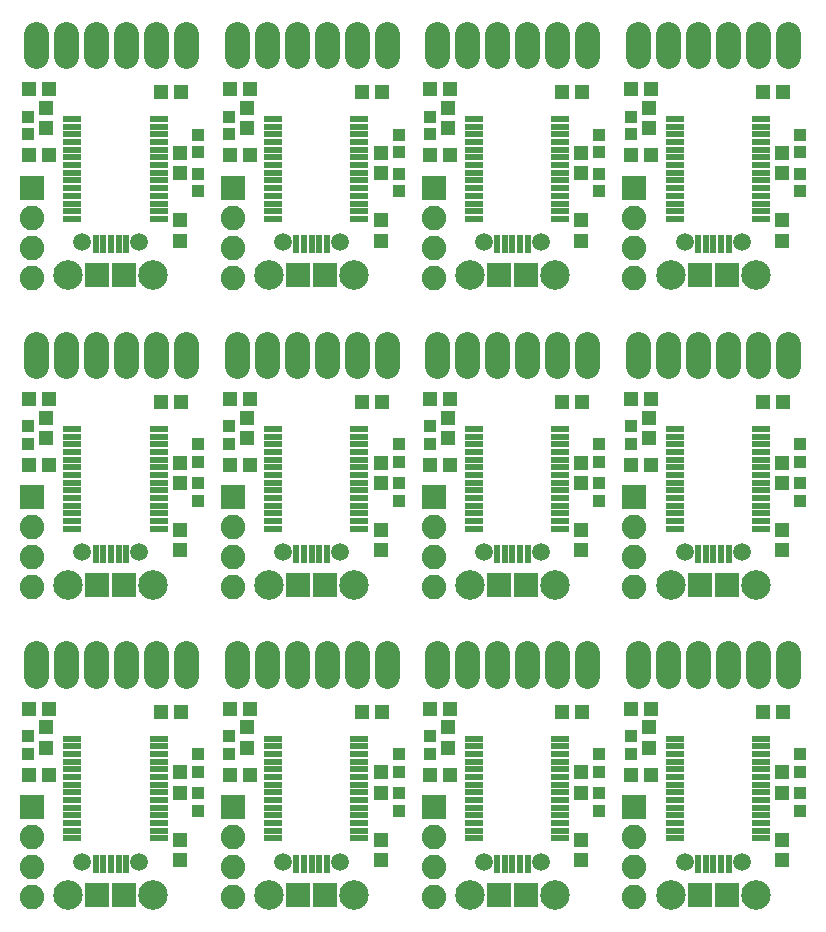
<source format=gts>
G75*
%MOIN*%
%OFA0B0*%
%FSLAX24Y24*%
%IPPOS*%
%LPD*%
%AMOC8*
5,1,8,0,0,1.08239X$1,22.5*
%
%ADD10C,0.0820*%
%ADD11R,0.0820X0.0820*%
%ADD12C,0.0820*%
%ADD13R,0.0513X0.0474*%
%ADD14R,0.0474X0.0513*%
%ADD15R,0.0395X0.0395*%
%ADD16R,0.0237X0.0631*%
%ADD17R,0.0789X0.0789*%
%ADD18C,0.0596*%
%ADD19C,0.0986*%
%ADD20R,0.0630X0.0217*%
D10*
X003977Y008538D02*
X003977Y009278D01*
X004977Y009278D02*
X004977Y008538D01*
X005977Y008538D02*
X005977Y009278D01*
X006977Y009278D02*
X006977Y008538D01*
X007977Y008538D02*
X007977Y009278D01*
X008977Y009278D02*
X008977Y008538D01*
X010669Y008538D02*
X010669Y009278D01*
X011669Y009278D02*
X011669Y008538D01*
X012669Y008538D02*
X012669Y009278D01*
X013669Y009278D02*
X013669Y008538D01*
X014669Y008538D02*
X014669Y009278D01*
X015669Y009278D02*
X015669Y008538D01*
X017362Y008538D02*
X017362Y009278D01*
X018362Y009278D02*
X018362Y008538D01*
X019362Y008538D02*
X019362Y009278D01*
X020362Y009278D02*
X020362Y008538D01*
X021362Y008538D02*
X021362Y009278D01*
X022362Y009278D02*
X022362Y008538D01*
X024055Y008538D02*
X024055Y009278D01*
X025055Y009278D02*
X025055Y008538D01*
X026055Y008538D02*
X026055Y009278D01*
X027055Y009278D02*
X027055Y008538D01*
X028055Y008538D02*
X028055Y009278D01*
X029055Y009278D02*
X029055Y008538D01*
X029055Y018863D02*
X029055Y019603D01*
X028055Y019603D02*
X028055Y018863D01*
X027055Y018863D02*
X027055Y019603D01*
X026055Y019603D02*
X026055Y018863D01*
X025055Y018863D02*
X025055Y019603D01*
X024055Y019603D02*
X024055Y018863D01*
X022362Y018863D02*
X022362Y019603D01*
X021362Y019603D02*
X021362Y018863D01*
X020362Y018863D02*
X020362Y019603D01*
X019362Y019603D02*
X019362Y018863D01*
X018362Y018863D02*
X018362Y019603D01*
X017362Y019603D02*
X017362Y018863D01*
X015669Y018863D02*
X015669Y019603D01*
X014669Y019603D02*
X014669Y018863D01*
X013669Y018863D02*
X013669Y019603D01*
X012669Y019603D02*
X012669Y018863D01*
X011669Y018863D02*
X011669Y019603D01*
X010669Y019603D02*
X010669Y018863D01*
X008977Y018863D02*
X008977Y019603D01*
X007977Y019603D02*
X007977Y018863D01*
X006977Y018863D02*
X006977Y019603D01*
X005977Y019603D02*
X005977Y018863D01*
X004977Y018863D02*
X004977Y019603D01*
X003977Y019603D02*
X003977Y018863D01*
X003977Y029189D02*
X003977Y029929D01*
X004977Y029929D02*
X004977Y029189D01*
X005977Y029189D02*
X005977Y029929D01*
X006977Y029929D02*
X006977Y029189D01*
X007977Y029189D02*
X007977Y029929D01*
X008977Y029929D02*
X008977Y029189D01*
X010669Y029189D02*
X010669Y029929D01*
X011669Y029929D02*
X011669Y029189D01*
X012669Y029189D02*
X012669Y029929D01*
X013669Y029929D02*
X013669Y029189D01*
X014669Y029189D02*
X014669Y029929D01*
X015669Y029929D02*
X015669Y029189D01*
X017362Y029189D02*
X017362Y029929D01*
X018362Y029929D02*
X018362Y029189D01*
X019362Y029189D02*
X019362Y029929D01*
X020362Y029929D02*
X020362Y029189D01*
X021362Y029189D02*
X021362Y029929D01*
X022362Y029929D02*
X022362Y029189D01*
X024055Y029189D02*
X024055Y029929D01*
X025055Y029929D02*
X025055Y029189D01*
X026055Y029189D02*
X026055Y029929D01*
X027055Y029929D02*
X027055Y029189D01*
X028055Y029189D02*
X028055Y029929D01*
X029055Y029929D02*
X029055Y029189D01*
D11*
X023924Y024805D03*
X017231Y024805D03*
X010538Y024805D03*
X003845Y024805D03*
X003845Y014479D03*
X010538Y014479D03*
X017231Y014479D03*
X023924Y014479D03*
X023924Y004154D03*
X017231Y004154D03*
X010538Y004154D03*
X003845Y004154D03*
D12*
X003845Y001154D03*
X003845Y002154D03*
X003845Y003154D03*
X010538Y003154D03*
X010538Y002154D03*
X010538Y001154D03*
X017231Y001154D03*
X017231Y002154D03*
X017231Y003154D03*
X023924Y003154D03*
X023924Y002154D03*
X023924Y001154D03*
X023924Y011479D03*
X023924Y012479D03*
X023924Y013479D03*
X017231Y013479D03*
X017231Y012479D03*
X017231Y011479D03*
X010538Y011479D03*
X010538Y012479D03*
X010538Y013479D03*
X003845Y013479D03*
X003845Y012479D03*
X003845Y011479D03*
X003845Y021805D03*
X003845Y022805D03*
X003845Y023805D03*
X010538Y023805D03*
X010538Y022805D03*
X010538Y021805D03*
X017231Y021805D03*
X017231Y022805D03*
X017231Y023805D03*
X023924Y023805D03*
X023924Y022805D03*
X023924Y021805D03*
D13*
X023819Y017753D03*
X024488Y017753D03*
X024488Y015553D03*
X023819Y015553D03*
X022195Y017653D03*
X021526Y017653D03*
X017795Y017753D03*
X017126Y017753D03*
X015502Y017653D03*
X014833Y017653D03*
X017126Y015553D03*
X017795Y015553D03*
X011102Y015553D03*
X010433Y015553D03*
X010433Y017753D03*
X011102Y017753D03*
X008809Y017653D03*
X008140Y017653D03*
X004409Y017753D03*
X003740Y017753D03*
X003740Y015553D03*
X004409Y015553D03*
X004409Y007428D03*
X003740Y007428D03*
X003740Y005228D03*
X004409Y005228D03*
X008140Y007328D03*
X008809Y007328D03*
X010433Y007428D03*
X011102Y007428D03*
X011102Y005228D03*
X010433Y005228D03*
X014833Y007328D03*
X015502Y007328D03*
X017126Y007428D03*
X017795Y007428D03*
X017795Y005228D03*
X017126Y005228D03*
X021526Y007328D03*
X022195Y007328D03*
X023819Y007428D03*
X024488Y007428D03*
X024488Y005228D03*
X023819Y005228D03*
X028219Y007328D03*
X028888Y007328D03*
X028888Y017653D03*
X028219Y017653D03*
X024488Y025879D03*
X023819Y025879D03*
X022195Y027979D03*
X021526Y027979D03*
X023819Y028079D03*
X024488Y028079D03*
X028219Y027979D03*
X028888Y027979D03*
X017795Y028079D03*
X017126Y028079D03*
X015502Y027979D03*
X014833Y027979D03*
X017126Y025879D03*
X017795Y025879D03*
X011102Y025879D03*
X010433Y025879D03*
X008809Y027979D03*
X008140Y027979D03*
X010433Y028079D03*
X011102Y028079D03*
X004409Y028079D03*
X003740Y028079D03*
X003740Y025879D03*
X004409Y025879D03*
D14*
X004325Y026794D03*
X004325Y027463D03*
X008775Y025963D03*
X008775Y025294D03*
X008775Y023713D03*
X008775Y023044D03*
X011018Y026794D03*
X011018Y027463D03*
X015468Y025963D03*
X015468Y025294D03*
X015468Y023713D03*
X015468Y023044D03*
X017710Y026794D03*
X017710Y027463D03*
X022160Y025963D03*
X022160Y025294D03*
X022160Y023713D03*
X022160Y023044D03*
X024403Y026794D03*
X024403Y027463D03*
X028853Y025963D03*
X028853Y025294D03*
X028853Y023713D03*
X028853Y023044D03*
X024403Y017138D03*
X024403Y016468D03*
X022160Y015638D03*
X022160Y014968D03*
X022160Y013388D03*
X022160Y012718D03*
X017710Y016468D03*
X017710Y017138D03*
X015468Y015638D03*
X015468Y014968D03*
X015468Y013388D03*
X015468Y012718D03*
X011018Y016468D03*
X011018Y017138D03*
X008775Y015638D03*
X008775Y014968D03*
X008775Y013388D03*
X008775Y012718D03*
X004325Y016468D03*
X004325Y017138D03*
X004325Y006812D03*
X004325Y006143D03*
X008775Y005312D03*
X008775Y004643D03*
X008775Y003062D03*
X008775Y002393D03*
X011018Y006143D03*
X011018Y006812D03*
X015468Y005312D03*
X015468Y004643D03*
X015468Y003062D03*
X015468Y002393D03*
X017710Y006143D03*
X017710Y006812D03*
X022160Y005312D03*
X022160Y004643D03*
X022160Y003062D03*
X022160Y002393D03*
X024403Y006143D03*
X024403Y006812D03*
X028853Y005312D03*
X028853Y004643D03*
X028853Y003062D03*
X028853Y002393D03*
X028853Y012718D03*
X028853Y013388D03*
X028853Y014968D03*
X028853Y015638D03*
D15*
X029453Y015658D03*
X029453Y016248D03*
X029453Y014948D03*
X029453Y014358D03*
X023803Y016258D03*
X023803Y016848D03*
X022760Y016248D03*
X022760Y015658D03*
X022760Y014948D03*
X022760Y014358D03*
X017110Y016258D03*
X017110Y016848D03*
X016068Y016248D03*
X016068Y015658D03*
X016068Y014948D03*
X016068Y014358D03*
X010418Y016258D03*
X010418Y016848D03*
X009375Y016248D03*
X009375Y015658D03*
X009375Y014948D03*
X009375Y014358D03*
X003725Y016258D03*
X003725Y016848D03*
X009375Y024683D03*
X009375Y025274D03*
X009375Y025983D03*
X009375Y026574D03*
X010418Y026583D03*
X010418Y027174D03*
X016068Y026574D03*
X016068Y025983D03*
X016068Y025274D03*
X016068Y024683D03*
X017110Y026583D03*
X017110Y027174D03*
X022760Y026574D03*
X022760Y025983D03*
X022760Y025274D03*
X022760Y024683D03*
X023803Y026583D03*
X023803Y027174D03*
X029453Y026574D03*
X029453Y025983D03*
X029453Y025274D03*
X029453Y024683D03*
X023803Y006523D03*
X023803Y005932D03*
X022760Y005923D03*
X022760Y005332D03*
X022760Y004623D03*
X022760Y004032D03*
X017110Y005932D03*
X017110Y006523D03*
X016068Y005923D03*
X016068Y005332D03*
X016068Y004623D03*
X016068Y004032D03*
X010418Y005932D03*
X010418Y006523D03*
X009375Y005923D03*
X009375Y005332D03*
X009375Y004623D03*
X009375Y004032D03*
X003725Y005932D03*
X003725Y006523D03*
X003725Y026583D03*
X003725Y027174D03*
X029453Y005923D03*
X029453Y005332D03*
X029453Y004623D03*
X029453Y004032D03*
D16*
X027065Y002271D03*
X026809Y002271D03*
X026553Y002271D03*
X026297Y002271D03*
X026042Y002271D03*
X020372Y002271D03*
X020116Y002271D03*
X019860Y002271D03*
X019605Y002271D03*
X019349Y002271D03*
X013679Y002271D03*
X013423Y002271D03*
X013168Y002271D03*
X012912Y002271D03*
X012656Y002271D03*
X006986Y002271D03*
X006731Y002271D03*
X006475Y002271D03*
X006219Y002271D03*
X005963Y002271D03*
X005963Y012596D03*
X006219Y012596D03*
X006475Y012596D03*
X006731Y012596D03*
X006986Y012596D03*
X012656Y012596D03*
X012912Y012596D03*
X013168Y012596D03*
X013423Y012596D03*
X013679Y012596D03*
X019349Y012596D03*
X019605Y012596D03*
X019860Y012596D03*
X020116Y012596D03*
X020372Y012596D03*
X026042Y012596D03*
X026297Y012596D03*
X026553Y012596D03*
X026809Y012596D03*
X027065Y012596D03*
X027065Y022922D03*
X026809Y022922D03*
X026553Y022922D03*
X026297Y022922D03*
X026042Y022922D03*
X020372Y022922D03*
X020116Y022922D03*
X019860Y022922D03*
X019605Y022922D03*
X019349Y022922D03*
X013679Y022922D03*
X013423Y022922D03*
X013168Y022922D03*
X012912Y022922D03*
X012656Y022922D03*
X006986Y022922D03*
X006731Y022922D03*
X006475Y022922D03*
X006219Y022922D03*
X005963Y022922D03*
D17*
X006022Y021879D03*
X006927Y021879D03*
X012715Y021879D03*
X013620Y021879D03*
X019408Y021879D03*
X020313Y021879D03*
X026101Y021879D03*
X027006Y021879D03*
X027006Y011553D03*
X026101Y011553D03*
X020313Y011553D03*
X019408Y011553D03*
X013620Y011553D03*
X012715Y011553D03*
X006927Y011553D03*
X006022Y011553D03*
X006022Y001228D03*
X006927Y001228D03*
X012715Y001228D03*
X013620Y001228D03*
X019408Y001228D03*
X020313Y001228D03*
X026101Y001228D03*
X027006Y001228D03*
D18*
X027508Y002330D03*
X025599Y002330D03*
X020815Y002330D03*
X018906Y002330D03*
X014122Y002330D03*
X012213Y002330D03*
X007429Y002330D03*
X005520Y002330D03*
X005520Y012656D03*
X007429Y012656D03*
X012213Y012656D03*
X014122Y012656D03*
X018906Y012656D03*
X020815Y012656D03*
X025599Y012656D03*
X027508Y012656D03*
X027508Y022981D03*
X025599Y022981D03*
X020815Y022981D03*
X018906Y022981D03*
X014122Y022981D03*
X012213Y022981D03*
X007429Y022981D03*
X005520Y022981D03*
D19*
X005053Y021879D03*
X007896Y021879D03*
X011746Y021879D03*
X014589Y021879D03*
X018439Y021879D03*
X021282Y021879D03*
X025132Y021879D03*
X027975Y021879D03*
X027975Y011553D03*
X025132Y011553D03*
X021282Y011553D03*
X018439Y011553D03*
X014589Y011553D03*
X011746Y011553D03*
X007896Y011553D03*
X005053Y011553D03*
X005053Y001228D03*
X007896Y001228D03*
X011746Y001228D03*
X014589Y001228D03*
X018439Y001228D03*
X021282Y001228D03*
X025132Y001228D03*
X027975Y001228D03*
D20*
X028143Y003114D03*
X028143Y003370D03*
X028143Y003626D03*
X028143Y003882D03*
X028143Y004138D03*
X028143Y004394D03*
X028143Y004650D03*
X028143Y004906D03*
X028143Y005161D03*
X028143Y005417D03*
X028143Y005673D03*
X028143Y005929D03*
X028143Y006185D03*
X028143Y006441D03*
X025264Y006441D03*
X025264Y006185D03*
X025264Y005929D03*
X025264Y005673D03*
X025264Y005417D03*
X025264Y005161D03*
X025264Y004906D03*
X025264Y004650D03*
X025264Y004394D03*
X025264Y004138D03*
X025264Y003882D03*
X025264Y003626D03*
X025264Y003370D03*
X025264Y003114D03*
X021450Y003114D03*
X021450Y003370D03*
X021450Y003626D03*
X021450Y003882D03*
X021450Y004138D03*
X021450Y004394D03*
X021450Y004650D03*
X021450Y004906D03*
X021450Y005161D03*
X021450Y005417D03*
X021450Y005673D03*
X021450Y005929D03*
X021450Y006185D03*
X021450Y006441D03*
X018571Y006441D03*
X018571Y006185D03*
X018571Y005929D03*
X018571Y005673D03*
X018571Y005417D03*
X018571Y005161D03*
X018571Y004906D03*
X018571Y004650D03*
X018571Y004394D03*
X018571Y004138D03*
X018571Y003882D03*
X018571Y003626D03*
X018571Y003370D03*
X018571Y003114D03*
X014757Y003114D03*
X014757Y003370D03*
X014757Y003626D03*
X014757Y003882D03*
X014757Y004138D03*
X014757Y004394D03*
X014757Y004650D03*
X014757Y004906D03*
X014757Y005161D03*
X014757Y005417D03*
X014757Y005673D03*
X014757Y005929D03*
X014757Y006185D03*
X014757Y006441D03*
X011878Y006441D03*
X011878Y006185D03*
X011878Y005929D03*
X011878Y005673D03*
X011878Y005417D03*
X011878Y005161D03*
X011878Y004906D03*
X011878Y004650D03*
X011878Y004394D03*
X011878Y004138D03*
X011878Y003882D03*
X011878Y003626D03*
X011878Y003370D03*
X011878Y003114D03*
X008064Y003114D03*
X008064Y003370D03*
X008064Y003626D03*
X008064Y003882D03*
X008064Y004138D03*
X008064Y004394D03*
X008064Y004650D03*
X008064Y004906D03*
X008064Y005161D03*
X008064Y005417D03*
X008064Y005673D03*
X008064Y005929D03*
X008064Y006185D03*
X008064Y006441D03*
X005185Y006441D03*
X005185Y006185D03*
X005185Y005929D03*
X005185Y005673D03*
X005185Y005417D03*
X005185Y005161D03*
X005185Y004906D03*
X005185Y004650D03*
X005185Y004394D03*
X005185Y004138D03*
X005185Y003882D03*
X005185Y003626D03*
X005185Y003370D03*
X005185Y003114D03*
X005185Y013440D03*
X005185Y013696D03*
X005185Y013952D03*
X005185Y014207D03*
X005185Y014463D03*
X005185Y014719D03*
X005185Y014975D03*
X005185Y015231D03*
X005185Y015487D03*
X005185Y015743D03*
X005185Y015999D03*
X005185Y016255D03*
X005185Y016511D03*
X005185Y016767D03*
X008064Y016767D03*
X008064Y016511D03*
X008064Y016255D03*
X008064Y015999D03*
X008064Y015743D03*
X008064Y015487D03*
X008064Y015231D03*
X008064Y014975D03*
X008064Y014719D03*
X008064Y014463D03*
X008064Y014207D03*
X008064Y013952D03*
X008064Y013696D03*
X008064Y013440D03*
X011878Y013440D03*
X011878Y013696D03*
X011878Y013952D03*
X011878Y014207D03*
X011878Y014463D03*
X011878Y014719D03*
X011878Y014975D03*
X011878Y015231D03*
X011878Y015487D03*
X011878Y015743D03*
X011878Y015999D03*
X011878Y016255D03*
X011878Y016511D03*
X011878Y016767D03*
X014757Y016767D03*
X014757Y016511D03*
X014757Y016255D03*
X014757Y015999D03*
X014757Y015743D03*
X014757Y015487D03*
X014757Y015231D03*
X014757Y014975D03*
X014757Y014719D03*
X014757Y014463D03*
X014757Y014207D03*
X014757Y013952D03*
X014757Y013696D03*
X014757Y013440D03*
X018571Y013440D03*
X018571Y013696D03*
X018571Y013952D03*
X018571Y014207D03*
X018571Y014463D03*
X018571Y014719D03*
X018571Y014975D03*
X018571Y015231D03*
X018571Y015487D03*
X018571Y015743D03*
X018571Y015999D03*
X018571Y016255D03*
X018571Y016511D03*
X018571Y016767D03*
X021450Y016767D03*
X021450Y016511D03*
X021450Y016255D03*
X021450Y015999D03*
X021450Y015743D03*
X021450Y015487D03*
X021450Y015231D03*
X021450Y014975D03*
X021450Y014719D03*
X021450Y014463D03*
X021450Y014207D03*
X021450Y013952D03*
X021450Y013696D03*
X021450Y013440D03*
X025264Y013440D03*
X025264Y013696D03*
X025264Y013952D03*
X025264Y014207D03*
X025264Y014463D03*
X025264Y014719D03*
X025264Y014975D03*
X025264Y015231D03*
X025264Y015487D03*
X025264Y015743D03*
X025264Y015999D03*
X025264Y016255D03*
X025264Y016511D03*
X025264Y016767D03*
X028143Y016767D03*
X028143Y016511D03*
X028143Y016255D03*
X028143Y015999D03*
X028143Y015743D03*
X028143Y015487D03*
X028143Y015231D03*
X028143Y014975D03*
X028143Y014719D03*
X028143Y014463D03*
X028143Y014207D03*
X028143Y013952D03*
X028143Y013696D03*
X028143Y013440D03*
X028143Y023765D03*
X028143Y024021D03*
X028143Y024277D03*
X028143Y024533D03*
X028143Y024789D03*
X028143Y025045D03*
X028143Y025301D03*
X028143Y025557D03*
X028143Y025813D03*
X028143Y026068D03*
X028143Y026324D03*
X028143Y026580D03*
X028143Y026836D03*
X028143Y027092D03*
X025264Y027092D03*
X025264Y026836D03*
X025264Y026580D03*
X025264Y026324D03*
X025264Y026068D03*
X025264Y025813D03*
X025264Y025557D03*
X025264Y025301D03*
X025264Y025045D03*
X025264Y024789D03*
X025264Y024533D03*
X025264Y024277D03*
X025264Y024021D03*
X025264Y023765D03*
X021450Y023765D03*
X021450Y024021D03*
X021450Y024277D03*
X021450Y024533D03*
X021450Y024789D03*
X021450Y025045D03*
X021450Y025301D03*
X021450Y025557D03*
X021450Y025813D03*
X021450Y026068D03*
X021450Y026324D03*
X021450Y026580D03*
X021450Y026836D03*
X021450Y027092D03*
X018571Y027092D03*
X018571Y026836D03*
X018571Y026580D03*
X018571Y026324D03*
X018571Y026068D03*
X018571Y025813D03*
X018571Y025557D03*
X018571Y025301D03*
X018571Y025045D03*
X018571Y024789D03*
X018571Y024533D03*
X018571Y024277D03*
X018571Y024021D03*
X018571Y023765D03*
X014757Y023765D03*
X014757Y024021D03*
X014757Y024277D03*
X014757Y024533D03*
X014757Y024789D03*
X014757Y025045D03*
X014757Y025301D03*
X014757Y025557D03*
X014757Y025813D03*
X014757Y026068D03*
X014757Y026324D03*
X014757Y026580D03*
X014757Y026836D03*
X014757Y027092D03*
X011878Y027092D03*
X011878Y026836D03*
X011878Y026580D03*
X011878Y026324D03*
X011878Y026068D03*
X011878Y025813D03*
X011878Y025557D03*
X011878Y025301D03*
X011878Y025045D03*
X011878Y024789D03*
X011878Y024533D03*
X011878Y024277D03*
X011878Y024021D03*
X011878Y023765D03*
X008064Y023765D03*
X008064Y024021D03*
X008064Y024277D03*
X008064Y024533D03*
X008064Y024789D03*
X008064Y025045D03*
X008064Y025301D03*
X008064Y025557D03*
X008064Y025813D03*
X008064Y026068D03*
X008064Y026324D03*
X008064Y026580D03*
X008064Y026836D03*
X008064Y027092D03*
X005185Y027092D03*
X005185Y026836D03*
X005185Y026580D03*
X005185Y026324D03*
X005185Y026068D03*
X005185Y025813D03*
X005185Y025557D03*
X005185Y025301D03*
X005185Y025045D03*
X005185Y024789D03*
X005185Y024533D03*
X005185Y024277D03*
X005185Y024021D03*
X005185Y023765D03*
M02*

</source>
